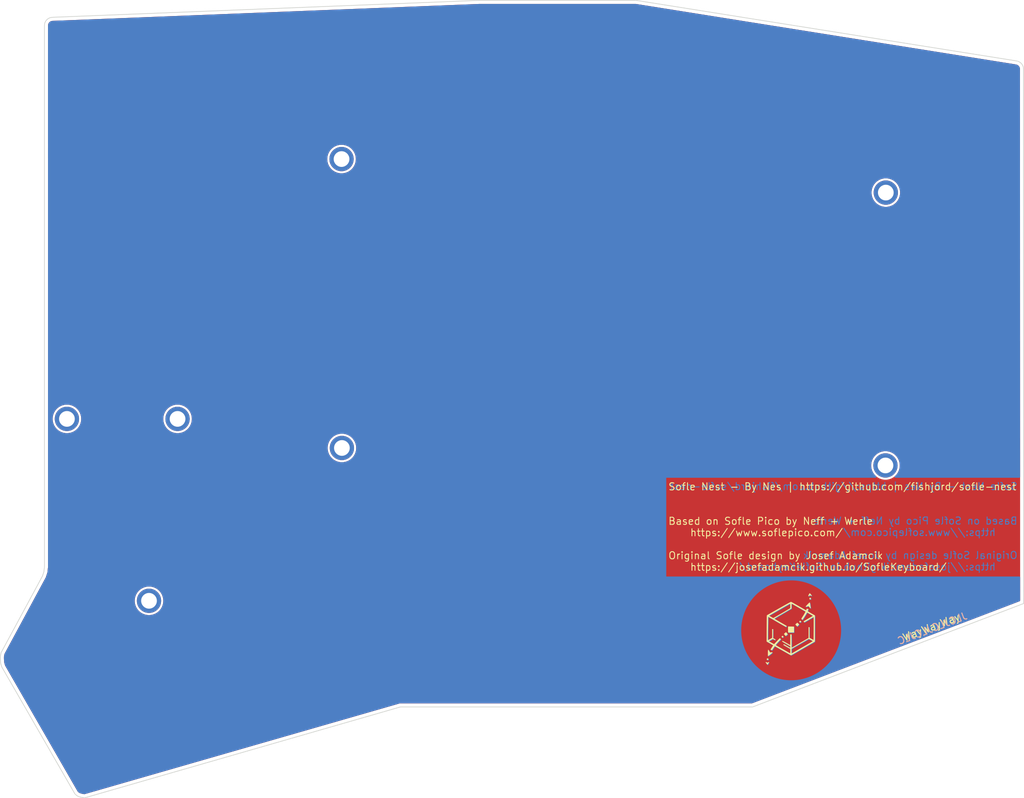
<source format=kicad_pcb>
(kicad_pcb (version 20241229) (generator "pcbnew") (generator_version "9.0")
  (layers (0 "F.Cu" signal) (2 "B.Cu" signal) (13 "F.Paste" user) (15 "B.Paste" user) (5 "F.SilkS" user "F.Silkscreen") (7 "B.SilkS" user "B.Silkscreen") (1 "F.Mask" user) (3 "B.Mask" user) (25 "Edge.Cuts" user))
  (net 0 "")
  (footprint "Sofle_Nest:backplate_hole_M2_terminate" (layer "F.Cu") (at 129.974999 57.274994)
    (property "Reference" "TH3" (hide yes))
    (property "Value" "HOLE" (hide yes))
    (pad "" thru_hole circle (at -0.025 -0.075 90) (size 3.4 3.4) (drill 2.2) (layers "*.Cu" "*.Mask" "Dwgs.User") (clearance 0.3))
  )
  (footprint "Sofle_Nest:backplate_hole_M2_terminate" (layer "F.Cu") (at 102.999999 119.199994)
    (property "Reference" "TH7" (hide yes))
    (property "Value" "HOLE" (hide yes))
    (pad "" thru_hole circle (at -0.025 -0.075 90) (size 3.4 3.4) (drill 2.2) (layers "*.Cu" "*.Mask" "Dwgs.User") (clearance 0.3))
  )
  (footprint "Sofle_Nest:backplate_hole_M2_terminate" (layer "F.Cu") (at 206.224999 61.974994)
    (property "Reference" "TH4" (hide yes))
    (property "Value" "HOLE" (hide yes))
    (pad "" thru_hole circle (at -0.025 -0.075 90) (size 3.4 3.4) (drill 2.2) (layers "*.Cu" "*.Mask" "Dwgs.User") (clearance 0.3))
  )
  (footprint "Sofle_Nest:backplate_hole_M2_terminate" (layer "F.Cu") (at 206.174999 100.224994)
    (property "Reference" "TH5" (hide yes))
    (property "Value" "HOLE" (hide yes))
    (pad "" thru_hole circle (at -0.025 -0.075 90) (size 3.4 3.4) (drill 2.2) (layers "*.Cu" "*.Mask" "Dwgs.User") (clearance 0.3))
  )
  (footprint "Sofle_Nest:backplate_hole_M2_terminate" (layer "F.Cu") (at 106.999999 93.699994)
    (property "Reference" "TH2" (hide yes))
    (property "Value" "HOLE" (hide yes))
    (pad "" thru_hole circle (at -0.025 -0.075 90) (size 3.4 3.4) (drill 2.2) (layers "*.Cu" "*.Mask" "Dwgs.User") (clearance 0.3))
  )
  (footprint "Sofle_Nest:nest_logo_b.cu" (layer "F.Cu") (at 192.939512 123.26356)
    (property "Reference" "Ref**" (hide yes))
    (property "Value" "Val**" (hide yes))
    (fp_poly (pts (xy 2.836333 -4.292972) (xy 2.624667 -4.292972) (xy 2.624667 -4.483472) (xy 2.836333 -4.483472) (xy 2.836333 -4.292972)) (stroke (width 0.01)) (fill yes) (layer "B.Cu"))
    (fp_poly (pts (xy -3.196801 4.010869) (xy -3.153741 4.033014) (xy -3.135352 4.078158) (xy -3.132667 4.123246) (xy -3.132667 4.216028) (xy -3.2385 4.216028) (xy -3.302356 4.213608) (xy -3.33417 4.203813) (xy -3.344084 4.182841) (xy -3.344333 4.17634) (xy -3.336186 4.086402) (xy -3.313027 4.027679) (xy -3.27678 4.004793) (xy -3.272896 4.00465) (xy -3.196801 4.010869)) (stroke (width 0.01)) (fill yes) (layer "B.Cu"))
    (fp_poly (pts (xy -1.076612 0.889193) (xy -1.039229 0.934957) (xy -1.017903 0.968671) (xy -1.016 0.975349) (xy -1.031393 0.998434) (xy -1.069965 1.034284) (xy -1.087199 1.047976) (xy -1.158398 1.102282) (xy -1.214199 1.044038) (xy -1.257424 0.988213) (xy -1.263067 0.942681) (xy -1.230403 0.896914) (xy -1.202441 0.872984) (xy -1.137223 0.821357) (xy -1.076612 0.889193)) (stroke (width 0.01)) (fill yes) (layer "B.Cu"))
    (fp_poly (pts (xy 1.352034 -1.273195) (xy 1.393448 -1.238067) (xy 1.405978 -1.225481) (xy 1.46521 -1.163656) (xy 1.407426 -1.087898) (xy 1.37133 -1.042504) (xy 1.346977 -1.015454) (xy 1.342307 -1.012139) (xy 1.323546 -1.02481) (xy 1.284308 -1.056949) (xy 1.260651 -1.077394) (xy 1.18633 -1.14265) (xy 1.24404 -1.214977) (xy 1.284125 -1.259271) (xy 1.316435 -1.284824) (xy 1.324248 -1.287305) (xy 1.352034 -1.273195)) (stroke (width 0.01)) (fill yes) (layer "B.Cu"))
    (fp_poly (pts (xy 1.185375 -0.746374) (xy 1.052493 -0.614673) (xy 0.992122 -0.555956) (xy 0.943469 -0.510722) (xy 0.913947 -0.485772) (xy 0.908934 -0.482972) (xy 0.890181 -0.496981) (xy 0.849553 -0.534286) (xy 0.79466 -0.587808) (xy 0.774287 -0.608251) (xy 0.713754 -0.674181) (xy 0.674332 -0.727083) (xy 0.661022 -0.760088) (xy 0.661626 -0.763001) (xy 0.682279 -0.790267) (xy 0.726675 -0.835676) (xy 0.785994 -0.890322) (xy 0.798499 -0.901252) (xy 0.924063 -1.01003) (xy 1.185375 -0.746374)) (stroke (width 0.01)) (fill yes) (layer "B.Cu"))
    (fp_poly (pts (xy -0.541019 0.462089) (xy -0.488189 0.5276) (xy -0.447638 0.580666) (xy -0.425585 0.61303) (xy -0.423333 0.618416) (xy -0.438881 0.636876) (xy -0.479056 0.672476) (xy -0.534158 0.717582) (xy -0.594488 0.764561) (xy -0.650345 0.80578) (xy -0.692028 0.833606) (xy -0.705539 0.840485) (xy -0.729538 0.829052) (xy -0.770039 0.791068) (xy -0.818847 0.734364) (xy -0.8255 0.725864) (xy -0.872306 0.660584) (xy -0.906295 0.604028) (xy -0.920653 0.567641) (xy -0.92075 0.565845) (xy -0.905081 0.535853) (xy -0.863557 0.489648) (xy -0.804407 0.436127) (xy -0.789727 0.424158) (xy -0.658704 0.319414) (xy -0.541019 0.462089)) (stroke (width 0.01)) (fill yes) (layer "B.Cu"))
    (fp_poly (pts (xy -3.054492 4.515757) (xy -3.03677 4.540049) (xy -3.047516 4.572277) (xy -3.054924 4.58414) (xy -3.080504 4.624192) (xy -3.120018 4.686862) (xy -3.165058 4.758811) (xy -3.166466 4.761069) (xy -3.207923 4.825084) (xy -3.241275 4.87206) (xy -3.26009 4.893015) (xy -3.261192 4.893361) (xy -3.277909 4.877258) (xy -3.313047 4.8339) (xy -3.360753 4.770714) (xy -3.394729 4.723925) (xy -3.445011 4.649956) (xy -3.482328 4.58777) (xy -3.501914 4.545749) (xy -3.50302 4.533425) (xy -3.471547 4.513838) (xy -3.418656 4.52571) (xy -3.344582 4.567625) (xy -3.261072 4.62289) (xy -3.172088 4.55745) (xy -3.114015 4.519096) (xy -3.076883 4.507189) (xy -3.054492 4.515757)) (stroke (width 0.01)) (fill yes) (layer "B.Cu"))
    (fp_poly (pts (xy 2.700165 -5.104062) (xy 2.753976 -5.055389) (xy 2.824511 -4.971224) (xy 2.837086 -4.955339) (xy 2.895379 -4.880582) (xy 2.930169 -4.832076) (xy 2.944498 -4.803095) (xy 2.941413 -4.786914) (xy 2.923957 -4.77681) (xy 2.918803 -4.774851) (xy 2.874197 -4.770898) (xy 2.819012 -4.793588) (xy 2.791066 -4.810985) (xy 2.738573 -4.843162) (xy 2.699993 -4.862228) (xy 2.691133 -4.864472) (xy 2.667723 -4.849041) (xy 2.631332 -4.810206) (xy 2.615518 -4.790389) (xy 2.568433 -4.737429) (xy 2.529304 -4.718705) (xy 2.487922 -4.730215) (xy 2.477593 -4.736349) (xy 2.465692 -4.751486) (xy 2.466726 -4.779437) (xy 2.482663 -4.827632) (xy 2.515467 -4.903497) (xy 2.53051 -4.93626) (xy 2.57825 -5.033342) (xy 2.618384 -5.093417) (xy 2.656995 -5.116864) (xy 2.700165 -5.104062)) (stroke (width 0.01)) (fill yes) (layer "B.Cu"))
    (fp_poly (pts (xy -0.014337 -0.47959) (xy 0.084667 -0.478419) (xy 0.455083 -0.472389) (xy 0.460845 -0.061179) (xy 0.462283 0.089671) (xy 0.461647 0.202774) (xy 0.458714 0.282675) (xy 0.453258 0.333922) (xy 0.445055 0.36106) (xy 0.439678 0.367122) (xy 0.41121 0.372191) (xy 0.348865 0.376311) (xy 0.261094 0.379442) (xy 0.156344 0.381543) (xy 0.043062 0.382576) (xy -0.070301 0.382501) (xy -0.175299 0.381278) (xy -0.263484 0.378869) (xy -0.326406 0.375232) (xy -0.354542 0.370843) (xy -0.364296 0.355668) (xy -0.371549 0.316334) (xy -0.37656 0.248695) (xy -0.37959 0.148607) (xy -0.3809 0.011925) (xy -0.381 -0.050416) (xy -0.380878 -0.191686) (xy -0.380084 -0.296331) (xy -0.377973 -0.370061) (xy -0.373902 -0.418584) (xy -0.367227 -0.447611) (xy -0.357304 -0.462849) (xy -0.34349 -0.470008) (xy -0.333375 -0.472724) (xy -0.297144 -0.476235) (xy -0.226573 -0.478623) (xy -0.129644 -0.479777) (xy -0.014337 -0.47959)) (stroke (width 0.01)) (fill yes) (layer "B.Cu"))
    (fp_poly (pts (xy -3.113935 2.816076) (xy -3.087075 2.846718) (xy -3.051495 2.902939) (xy -3.002647 2.990231) (xy -2.988479 3.016351) (xy -2.910417 3.160758) (xy -2.735792 3.146743) (xy -2.650223 3.140525) (xy -2.598391 3.139672) (xy -2.571888 3.145548) (xy -2.562307 3.159514) (xy -2.561167 3.175044) (xy -2.577165 3.201835) (xy -2.620724 3.248101) (xy -2.685194 3.308383) (xy -2.763922 3.377226) (xy -2.850256 3.44917) (xy -2.937545 3.51876) (xy -3.019137 3.580539) (xy -3.08838 3.629048) (xy -3.138623 3.658831) (xy -3.159125 3.665617) (xy -3.171783 3.662695) (xy -3.181193 3.650263) (xy -3.18783 3.622916) (xy -3.19217 3.575248) (xy -3.194689 3.501853) (xy -3.195862 3.397324) (xy -3.196166 3.256257) (xy -3.196167 3.244625) (xy -3.195859 3.099993) (xy -3.194625 2.992117) (xy -3.191996 2.915424) (xy -3.187506 2.864341) (xy -3.180687 2.833294) (xy -3.171072 2.816709) (xy -3.159684 2.809557) (xy -3.136622 2.80552) (xy -3.113935 2.816076)) (stroke (width 0.01)) (fill yes) (layer "B.Cu"))
    (fp_poly (pts (xy 2.677626 -3.83332) (xy 2.690514 -3.803396) (xy 2.703696 -3.749128) (xy 2.718302 -3.665393) (xy 2.735463 -3.547069) (xy 2.744752 -3.47791) (xy 2.764305 -3.328765) (xy 2.778358 -3.216382) (xy 2.787051 -3.135565) (xy 2.790522 -3.08112) (xy 2.788912 -3.047853) (xy 2.782359 -3.030568) (xy 2.771004 -3.024071) (xy 2.756958 -3.023154) (xy 2.725581 -3.041688) (xy 2.680702 -3.093832) (xy 2.628621 -3.17132) (xy 2.580203 -3.246798) (xy 2.540271 -3.293267) (xy 2.498193 -3.314099) (xy 2.443336 -3.312671) (xy 2.365065 -3.292356) (xy 2.306071 -3.273674) (xy 2.206768 -3.247473) (xy 2.137392 -3.241878) (xy 2.100723 -3.256894) (xy 2.0955 -3.273397) (xy 2.109838 -3.298144) (xy 2.148992 -3.345565) (xy 2.20717 -3.409846) (xy 2.278583 -3.485174) (xy 2.357437 -3.565734) (xy 2.437944 -3.645712) (xy 2.514311 -3.719296) (xy 2.580748 -3.780672) (xy 2.631463 -3.824025) (xy 2.660665 -3.843542) (xy 2.6639 -3.844021) (xy 2.677626 -3.83332)) (stroke (width 0.01)) (fill yes) (layer "B.Cu"))
    (fp_poly (pts (xy 0.05003 -3.930028) (xy 0.103755 -3.901052) (xy 0.186134 -3.855557) (xy 0.293141 -3.795833) (xy 0.420754 -3.724167) (xy 0.564948 -3.642849) (xy 0.7217 -3.554168) (xy 0.886984 -3.460413) (xy 1.056776 -3.363873) (xy 1.227054 -3.266837) (xy 1.393792 -3.171595) (xy 1.552966 -3.080435) (xy 1.700553 -2.995646) (xy 1.832528 -2.919517) (xy 1.944867 -2.854338) (xy 2.033546 -2.802398) (xy 2.09454 -2.765985) (xy 2.110313 -2.756262) (xy 2.136476 -2.742699) (xy 2.15516 -2.746964) (xy 2.173065 -2.776022) (xy 2.196889 -2.836837) (xy 2.202455 -2.852057) (xy 2.248034 -2.97706) (xy 2.356975 -2.944929) (xy 2.419201 -2.925663) (xy 2.462327 -2.910596) (xy 2.474047 -2.905075) (xy 2.471233 -2.882985) (xy 2.456043 -2.832488) (xy 2.431766 -2.764508) (xy 2.431713 -2.76437) (xy 2.406124 -2.694757) (xy 2.387965 -2.641199) (xy 2.38125 -2.615712) (xy 2.398868 -2.601486) (xy 2.448598 -2.569176) (xy 2.525751 -2.521626) (xy 2.625639 -2.461678) (xy 2.743574 -2.392175) (xy 2.874867 -2.31596) (xy 2.88925 -2.307676) (xy 3.39725 -2.015317) (xy 3.389693 -0.196103) (xy 3.388085 0.150252) (xy 3.386293 0.455919) (xy 3.384287 0.722539) (xy 3.382041 0.951758) (xy 3.379526 1.145217) (xy 3.376713 1.304562) (xy 3.373573 1.431436) (xy 3.37008 1.527482) (xy 3.366204 1.594344) (xy 3.361917 1.633666) (xy 3.357943 1.646649) (xy 3.334739 1.662101) (xy 3.278282 1.696498) (xy 3.191747 1.748014) (xy 3.07831 1.81482) (xy 2.941149 1.895089) (xy 2.783438 1.986992) (xy 2.608355 2.088703) (xy 2.419074 2.198393) (xy 2.218773 2.314234) (xy 2.010626 2.434399) (xy 1.797811 2.55706) (xy 1.583504 2.68039) (xy 1.37088 2.80256) (xy 1.163115 2.921742) (xy 0.963386 3.03611) (xy 0.774869 3.143834) (xy 0.600739 3.243088) (xy 0.444174 3.332043) (xy 0.308348 3.408872) (xy 0.196439 3.471748) (xy 0.111622 3.518841) (xy 0.057072 3.548325) (xy 0.03598 3.558373) (xy 0.013506 3.547886) (xy -0.042446 3.518183) (xy -0.128618 3.471085) (xy -0.24175 3.408412) (xy -0.378584 3.331984) (xy -0.421396 3.307931) (xy 0.125914 3.307931) (xy 0.174082 3.282626) (xy 0.1997 3.268228) (xy 0.259066 3.23432) (xy 0.349273 3.182575) (xy 0.467418 3.114665) (xy 0.610596 3.032264) (xy 0.7759 2.937043) (xy 0.960427 2.830677) (xy 1.161271 2.714838) (xy 1.375528 2.591198) (xy 1.600292 2.461431) (xy 1.651 2.432146) (xy 1.876777 2.301749) (xy 2.092 2.177449) (xy 2.293845 2.060878) (xy 2.479488 1.953665) (xy 2.646106 1.857441) (xy 2.790875 1.773838) (xy 2.910971 1.704485) (xy 3.003571 1.651013) (xy 3.06585 1.615054) (xy 3.094986 1.598238) (xy 3.096746 1.597224) (xy 3.087519 1.583589) (xy 3.047799 1.555125) (xy 2.984977 1.515903) (xy 2.90644 1.469992) (xy 2.819578 1.421462) (xy 2.731779 1.374383) (xy 2.650432 1.332825) (xy 2.582926 1.300858) (xy 2.536649 1.282552) (xy 2.520893 1.280032) (xy 2.497091 1.292012) (xy 2.439835 1.323396) (xy 2.352306 1.372375) (xy 2.237684 1.43714) (xy 2.099151 1.515881) (xy 1.939888 1.606789) (xy 1.763075 1.708055) (xy 1.571893 1.817871) (xy 1.369523 1.934426) (xy 1.312333 1.967419) (xy 0.137583 2.645389) (xy 0.131749 2.97666) (xy 0.125914 3.307931) (xy -0.421396 3.307931) (xy -0.535862 3.243622) (xy -0.710324 3.145145) (xy -0.898711 3.038374) (xy -1.097765 2.925129) (xy -1.100667 2.923475) (xy -1.299487 2.810275) (xy -1.487365 2.703551) (xy -1.661083 2.605115) (xy -1.817424 2.516778) (xy -1.95317 2.440351) (xy -2.065105 2.377645) (xy -2.150011 2.330472) (xy -2.20467 2.300643) (xy -2.225867 2.289969) (xy -2.225934 2.289963) (xy -2.24563 2.306736) (xy -2.282646 2.352513) (xy -2.332059 2.420277) (xy -2.38895 2.503013) (xy -2.448398 2.593702) (xy -2.505483 2.685329) (xy -2.519011 2.707903) (xy -2.560905 2.777598) (xy -2.593811 2.830755) (xy -2.612476 2.858945) (xy -2.614717 2.861361) (xy -2.635381 2.853616) (xy -2.680659 2.834461) (xy -2.736633 2.810014) (xy -2.789382 2.786393) (xy -2.824989 2.769717) (xy -2.832147 2.765789) (xy -2.824187 2.746827) (xy -2.797058 2.700243) (xy -2.75549 2.633355) (xy -2.704213 2.553484) (xy -2.647959 2.467947) (xy -2.591457 2.384063) (xy -2.539439 2.309152) (xy -2.515184 2.275423) (xy -2.434955 2.165736) (xy -2.894936 1.902504) (xy -3.354917 1.639273) (xy -3.360334 0.902145) (xy -3.191482 0.902145) (xy -3.191234 1.020823) (xy -3.190678 1.084712) (xy -3.185583 1.45648) (xy -2.894542 1.286712) (xy -2.6035 1.116943) (xy -2.6035 -0.123139) (xy -2.4765 -0.123139) (xy -2.4765 1.143156) (xy -2.307167 1.240827) (xy -2.233147 1.285197) (xy -2.175544 1.322916) (xy -2.142548 1.348457) (xy -2.137833 1.355051) (xy -2.149107 1.383586) (xy -2.166603 1.410947) (xy -2.182788 1.428863) (xy -2.202681 1.433967) (xy -2.234929 1.423916) (xy -2.288177 1.396368) (xy -2.349636 1.361351) (xy -2.421509 1.321439) (xy -2.479024 1.292346) (xy -2.512829 1.278695) (xy -2.517342 1.278428) (xy -2.539537 1.290602) (xy -2.591566 1.320054) (xy -2.666604 1.362893) (xy -2.757823 1.41523) (xy -2.800728 1.439919) (xy -3.070671 1.595395) (xy -2.698406 1.806779) (xy -2.32614 2.018163) (xy -2.237361 1.915887) (xy -2.189522 1.862047) (xy -2.123691 1.789726) (xy -2.044843 1.704213) (xy -1.957954 1.610792) (xy -1.867997 1.514752) (xy -1.779947 1.421379) (xy -1.69878 1.335959) (xy -1.62947 1.26378) (xy -1.576992 1.210127) (xy -1.54632 1.180289) (xy -1.54139 1.176277) (xy -1.515307 1.182212) (xy -1.472456 1.212193) (xy -1.44271 1.23944) (xy -1.365981 1.316169) (xy -1.57954 1.53314) (xy -1.677209 1.634109) (xy -1.774063 1.737365) (xy -1.86595 1.838145) (xy -1.948719 1.931687) (xy -2.01822 2.013228) (xy -2.070301 2.078006) (xy -2.100811 2.121258) (xy -2.106517 2.137733) (xy -2.086543 2.149972) (xy -2.033117 2.181153) (xy -1.949616 2.229343) (xy -1.839415 2.29261) (xy -1.705892 2.369019) (xy -1.552423 2.456638) (xy -1.382383 2.553534) (xy -1.19915 2.657773) (xy -1.08477 2.72276) (xy -0.074083 3.296727) (xy -0.068203 2.99043) (xy -0.06679 2.859169) (xy -0.068584 2.765121) (xy -0.073905 2.703266) (xy -0.083076 2.668582) (xy -0.08937 2.659709) (xy -0.114663 2.642768) (xy -0.171416 2.608096) (xy -0.254273 2.558858) (xy -0.357876 2.498217) (xy -0.476867 2.429336) (xy -0.5715 2.375021) (xy -0.696931 2.303218) (xy -0.809669 2.23855) (xy -0.904671 2.18392) (xy -0.976892 2.142233) (xy -1.021288 2.116393) (xy -1.033342 2.10912) (xy -1.030423 2.088616) (xy -1.009202 2.055293) (xy -0.981974 2.02559) (xy -0.963284 2.015465) (xy -0.939641 2.025879) (xy -0.884807 2.054694) (xy -0.804136 2.098949) (xy -0.702984 2.15568) (xy -0.586706 2.221927) (xy -0.508 2.267271) (xy -0.074083 2.518305) (xy -0.06759 2.399192) (xy -0.066824 2.333404) (xy -0.071617 2.287638) (xy -0.078173 2.274099) (xy -0.108672 2.25936) (xy -0.168548 2.227062) (xy -0.252319 2.180387) (xy -0.354505 2.12252) (xy -0.469625 2.056645) (xy -0.592199 1.985947) (xy -0.716746 1.913608) (xy -0.837785 1.842814) (xy -0.949835 1.776749) (xy -1.047415 1.718596) (xy -1.125046 1.67154) (xy -1.177246 1.638765) (xy -1.198534 1.623455) (xy -1.198735 1.62309) (xy -1.192297 1.591098) (xy -1.176111 1.563698) (xy -1.165684 1.553836) (xy -1.150289 1.550154) (xy -1.12581 1.554595) (xy -1.088129 1.569099) (xy -1.03313 1.595608) (xy -0.956694 1.636064) (xy -0.854704 1.69241) (xy -0.723044 1.766585) (xy -0.610619 1.830387) (xy -0.074083 2.135323) (xy -0.062963 0.636453) (xy 0.026727 0.642949) (xy 0.116417 0.649444) (xy 0.127 1.5748) (xy 0.137583 2.500155) (xy 1.317625 1.820238) (xy 2.497667 1.140322) (xy 2.497667 -0.377139) (xy 2.624667 -0.377139) (xy 2.624667 1.101167) (xy 2.921 1.270902) (xy 3.217333 1.440636) (xy 3.217333 -1.815045) (xy 2.989792 -1.682074) (xy 2.756526 -1.545817) (xy 2.557429 -1.429655) (xy 2.390168 -1.332241) (xy 2.252408 -1.252228) (xy 2.141817 -1.188268) (xy 2.056062 -1.139014) (xy 1.99281 -1.10312) (xy 1.949728 -1.079237) (xy 1.924483 -1.066019) (xy 1.917393 -1.062822) (xy 1.886703 -1.069433) (xy 1.854554 -1.114868) (xy 1.848913 -1.126265) (xy 1.828165 -1.175679) (xy 1.820727 -1.206002) (xy 1.821831 -1.209295) (xy 1.841664 -1.221243) (xy 1.893817 -1.251876) (xy 1.973968 -1.298677) (xy 2.077796 -1.359129) (xy 2.20098 -1.430716) (xy 2.339197 -1.51092) (xy 2.44475 -1.5721) (xy 2.592018 -1.657686) (xy 2.728094 -1.737278) (xy 2.848498 -1.808218) (xy 2.948751 -1.867845) (xy 3.024374 -1.913501) (xy 3.070887 -1.942525) (xy 3.083673 -1.95147) (xy 3.082952 -1.965133) (xy 3.059107 -1.988852) (xy 3.009126 -2.024661) (xy 2.929997 -2.07459) (xy 2.818706 -2.140672) (xy 2.711081 -2.202764) (xy 2.593897 -2.269528) (xy 2.489342 -2.32855) (xy 2.402894 -2.376785) (xy 2.340028 -2.411186) (xy 2.306221 -2.428706) (xy 2.302084 -2.430306) (xy 2.287671 -2.413065) (xy 2.257491 -2.366424) (xy 2.216307 -2.298001) (xy 2.179667 -2.234514) (xy 2.122908 -2.136913) (xy 2.057184 -2.027825) (xy 1.986157 -1.912907) (xy 1.913489 -1.797813) (xy 1.842841 -1.688199) (xy 1.777876 -1.58972) (xy 1.722257 -1.508032) (xy 1.679644 -1.44879) (xy 1.653701 -1.417649) (xy 1.648549 -1.414306) (xy 1.622919 -1.427549) (xy 1.579099 -1.461308) (xy 1.551208 -1.485791) (xy 1.473205 -1.557275) (xy 1.655001 -1.829749) (xy 1.7223 -1.932997) (xy 1.792693 -2.045105) (xy 1.862506 -2.159756) (xy 1.928066 -2.270634) (xy 1.9857 -2.371421) (xy 2.031734 -2.455801) (xy 2.062493 -2.517456) (xy 2.074306 -2.55007) (xy 2.074333 -2.550812) (xy 2.056521 -2.564522) (xy 2.005383 -2.597155) (xy 1.924369 -2.646663) (xy 1.816928 -2.710998) (xy 1.686509 -2.788114) (xy 1.536561 -2.875962) (xy 1.370533 -2.972496) (xy 1.191875 -3.075667) (xy 1.137708 -3.106815) (xy 0.954186 -3.2123) (xy 0.780676 -3.312137) (xy 0.620861 -3.404198) (xy 0.478425 -3.486356) (xy 0.35705 -3.556485) (xy 0.26042 -3.612458) (xy 0.192217 -3.65215) (xy 0.156125 -3.673433) (xy 0.15254 -3.675635) (xy 0.103998 -3.706377) (xy 0.107105 -3.3488) (xy 0.110213 -2.991222) (xy -1.09914 -2.28234) (xy -1.340736 -2.140591) (xy -1.548129 -2.018558) (xy -1.72374 -1.91472) (xy -1.869989 -1.827556) (xy -1.989295 -1.755548) (xy -2.084079 -1.697174) (xy -2.156759 -1.650914) (xy -2.209757 -1.615249) (xy -2.245491 -1.588658) (xy -2.266382 -1.569621) (xy -2.27485 -1.556619) (xy -2.273315 -1.548131) (xy -2.271123 -1.546132) (xy -2.245507 -1.530099) (xy -2.187128 -1.495132) (xy -2.099865 -1.443508) (xy -1.987593 -1.377502) (xy -1.854189 -1.299387) (xy -1.703529 -1.211441) (xy -1.539489 -1.115937) (xy -1.407919 -1.039504) (xy -1.237589 -0.940611) (xy -1.078732 -0.848308) (xy -0.935048 -0.764752) (xy -0.81024 -0.692098) (xy -0.708009 -0.632502) (xy -0.632056 -0.58812) (xy -0.586084 -0.561109) (xy -0.573391 -0.553463) (xy -0.576705 -0.532931) (xy -0.594863 -0.492012) (xy -0.61977 -0.445902) (xy -0.643331 -0.409794) (xy -0.656041 -0.398306) (xy -0.675789 -0.408681) (xy -0.729107 -0.438653) (xy -0.812997 -0.486494) (xy -0.92446 -0.550473) (xy -1.060497 -0.62886) (xy -1.218109 -0.719928) (xy -1.394299 -0.821945) (xy -1.586067 -0.933184) (xy -1.790414 -1.051913) (xy -1.915936 -1.124934) (xy -3.164417 -1.851563) (xy -3.180095 -0.569309) (xy -3.182896 -0.326779) (xy -3.18536 -0.086374) (xy -3.187455 0.146716) (xy -3.189149 0.367302) (xy -3.190406 0.570195) (xy -3.191195 0.750206) (xy -3.191482 0.902145) (xy -3.360334 0.902145) (xy -3.361588 0.731608) (xy -3.362748 0.492958) (xy -3.363035 0.224145) (xy -3.362501 -0.062668) (xy -3.361197 -0.355323) (xy -3.359175 -0.641656) (xy -3.356485 -0.909508) (xy -3.35381 -1.107389) (xy -3.339998 -1.997626) (xy -3.042943 -1.997626) (xy -3.028029 -1.98574) (xy -2.983648 -1.957245) (xy -2.917136 -1.916453) (xy -2.835829 -1.867676) (xy -2.747062 -1.815226) (xy -2.658171 -1.763414) (xy -2.576493 -1.716552) (xy -2.509363 -1.678952) (xy -2.464118 -1.654924) (xy -2.448719 -1.648377) (xy -2.427949 -1.658585) (xy -2.373772 -1.68846) (xy -2.289282 -1.736219) (xy -2.177571 -1.800082) (xy -2.041731 -1.878266) (xy -1.884855 -1.96899) (xy -1.710034 -2.070474) (xy -1.520362 -2.180935) (xy -1.31893 -2.298592) (xy -1.247579 -2.340347) (xy -0.063637 -3.033556) (xy -0.063569 -3.358612) (xy -0.064305 -3.487381) (xy -0.066842 -3.578561) (xy -0.071577 -3.63687) (xy -0.078906 -3.667028) (xy -0.089226 -3.673757) (xy -0.090046 -3.673482) (xy -0.111246 -3.66205) (xy -0.165746 -3.631663) (xy -0.250164 -3.584238) (xy -0.361119 -3.521694) (xy -0.495232 -3.44595) (xy -0.64912 -3.358925) (xy -0.819403 -3.262538) (xy -1.002701 -3.158706) (xy -1.195632 -3.049349) (xy -1.394817 -2.936386) (xy -1.596874 -2.821734) (xy -1.798422 -2.707313) (xy -1.996081 -2.595042) (xy -2.186471 -2.486838) (xy -2.366209 -2.384621) (xy -2.531916 -2.29031) (xy -2.680211 -2.205823) (xy -2.807713 -2.133078) (xy -2.911041 -2.073995) (xy -2.986815 -2.030492) (xy -3.031653 -2.004488) (xy -3.042943 -1.997626) (xy -3.339998 -1.997626) (xy -3.33936 -2.038722) (xy -1.667578 -2.989459) (xy -1.422469 -3.128699) (xy -1.187643 -3.261803) (xy -0.965733 -3.387294) (xy -0.759372 -3.503697) (xy -0.571191 -3.609538) (xy -0.403824 -3.703341) (xy -0.259901 -3.78363) (xy -0.142057 -3.848932) (xy -0.052923 -3.89777) (xy 0.004869 -3.928669) (xy 0.028686 -3.940155) (xy 0.028983 -3.940195) (xy 0.05003 -3.930028)) (stroke (width 0.01)) (fill yes) (layer "B.Cu"))
    (zone (net 0) (net_name "") (layer "B.Cu") (connect_pads (clearance 0)) (min_thickness 0.25)
      (keepout (tracks allowed) (vias allowed) (pads allowed) (copperpour not_allowed) (footprints allowed))
      (fill (thermal_gap 0.5) (thermal_bridge_width 0.5))
      (polygon (pts (arc (start 185.939512 123.26356) (mid 199.939512 123.26356) (end 185.939512 123.26356))))
    )
  )
  (footprint "Sofle_Nest:nest_logo" (layer "F.Cu") (at 192.939512 123.26356)
    (property "Reference" "Ref**" (hide yes))
    (property "Value" "Val**" (hide yes))
    (fp_poly (pts (xy 2.757637 -4.341284) (xy 2.567137 -4.341284) (xy 2.567137 -4.55295) (xy 2.757637 -4.55295) (xy 2.757637 -4.341284)) (stroke (width 0.01)) (fill yes) (layer "F.SilkS"))
    (fp_poly (pts (xy -3.300766 3.947154) (xy -3.279202 3.949685) (xy -3.22284 3.960208) (xy -3.197092 3.977699) (xy -3.190305 4.011446) (xy -3.190197 4.020605) (xy -3.196022 4.091393) (xy -3.219177 4.129815) (xy -3.268182 4.144912) (xy -3.308878 4.14655) (xy -3.401863 4.14655) (xy -3.401863 4.052549) (xy -3.398398 3.993437) (xy -3.389665 3.954649) (xy -3.385035 3.948148) (xy -3.355194 3.944287) (xy -3.300766 3.947154)) (stroke (width 0.01)) (fill yes) (layer "F.SilkS"))
    (fp_poly (pts (xy -1.17812 0.775552) (xy -1.143746 0.814035) (xy -1.125161 0.837533) (xy -1.065934 0.915184) (xy -1.137724 0.975117) (xy -1.184296 1.011545) (xy -1.217153 1.032804) (xy -1.223677 1.03505) (xy -1.243897 1.019705) (xy -1.278497 0.980961) (xy -1.295674 0.959224) (xy -1.353508 0.883399) (xy -1.282311 0.822501) (xy -1.236311 0.785342) (xy -1.204082 0.763283) (xy -1.197751 0.760743) (xy -1.17812 0.775552)) (stroke (width 0.01)) (fill yes) (layer "F.SilkS"))
    (fp_poly (pts (xy 1.276059 -1.343558) (xy 1.317236 -1.312326) (xy 1.337586 -1.29577) (xy 1.409785 -1.235895) (xy 1.350949 -1.158756) (xy 1.313212 -1.11293) (xy 1.285449 -1.085765) (xy 1.278749 -1.082477) (xy 1.255903 -1.095598) (xy 1.214071 -1.127629) (xy 1.194257 -1.144179) (xy 1.123128 -1.20502) (xy 1.183674 -1.280901) (xy 1.221819 -1.325971) (xy 1.248794 -1.352848) (xy 1.254803 -1.356214) (xy 1.276059 -1.343558)) (stroke (width 0.01)) (fill yes) (layer "F.SilkS"))
    (fp_poly (pts (xy -0.020488 -0.52644) (xy 0.397553 -0.5207) (xy 0.397553 0.3048) (xy -0.005934 0.310534) (xy -0.132579 0.311594) (xy -0.244479 0.311123) (xy -0.334829 0.309266) (xy -0.396825 0.306166) (xy -0.423664 0.301966) (xy -0.423976 0.301715) (xy -0.428486 0.276957) (xy -0.432427 0.216617) (xy -0.435568 0.127445) (xy -0.437677 0.016189) (xy -0.438524 -0.110399) (xy -0.43853 -0.122509) (xy -0.43853 -0.532179) (xy -0.020488 -0.52644)) (stroke (width 0.01)) (fill yes) (layer "F.SilkS"))
    (fp_poly (pts (xy 2.636884 -5.172494) (xy 2.689386 -5.123331) (xy 2.75809 -5.039323) (xy 2.819878 -4.959433) (xy 2.85815 -4.906378) (xy 2.875648 -4.873788) (xy 2.875111 -4.855291) (xy 2.85928 -4.844516) (xy 2.844134 -4.839281) (xy 2.790231 -4.843355) (xy 2.72319 -4.878764) (xy 2.658021 -4.91291) (xy 2.607164 -4.911148) (xy 2.56067 -4.871372) (xy 2.537896 -4.83956) (xy 2.489779 -4.795238) (xy 2.429118 -4.791277) (xy 2.405254 -4.799083) (xy 2.401149 -4.823182) (xy 2.418633 -4.882535) (xy 2.457402 -4.976164) (xy 2.46749 -4.998495) (xy 2.516251 -5.09935) (xy 2.556569 -5.161382) (xy 2.594696 -5.185471) (xy 2.636884 -5.172494)) (stroke (width 0.01)) (fill yes) (layer "F.SilkS"))
    (fp_poly (pts (xy -0.700875 0.288456) (xy -0.66192 0.32842) (xy -0.613606 0.383563) (xy -0.563903 0.444503) (xy -0.520785 0.501859) (xy -0.495887 0.539715) (xy -0.505691 0.560789) (xy -0.540466 0.599347) (xy -0.591243 0.647567) (xy -0.649056 0.697629) (xy -0.704935 0.741713) (xy -0.749913 0.771996) (xy -0.772624 0.78105) (xy -0.793279 0.765593) (xy -0.832584 0.724399) (xy -0.88331 0.665231) (xy -0.902761 0.641293) (xy -0.955275 0.576045) (xy -0.985535 0.531073) (xy -0.991751 0.496509) (xy -0.972135 0.462488) (xy -0.9249 0.419142) (xy -0.851668 0.359402) (xy -0.793562 0.314649) (xy -0.746434 0.28344) (xy -0.722499 0.27305) (xy -0.700875 0.288456)) (stroke (width 0.01)) (fill yes) (layer "F.SilkS"))
    (fp_poly (pts (xy 0.891255 -1.045984) (xy 0.934075 -1.008871) (xy 0.986035 -0.958544) (xy 1.037894 -0.904435) (xy 1.080409 -0.855975) (xy 1.104338 -0.822598) (xy 1.106637 -0.815706) (xy 1.092718 -0.79342) (xy 1.05675 -0.751144) (xy 1.007415 -0.697832) (xy 0.953395 -0.642436) (xy 0.903373 -0.593912) (xy 0.86603 -0.561212) (xy 0.85136 -0.55245) (xy 0.832586 -0.566447) (xy 0.792048 -0.603659) (xy 0.737463 -0.656919) (xy 0.719682 -0.674773) (xy 0.663321 -0.734478) (xy 0.620946 -0.784603) (xy 0.599779 -0.816433) (xy 0.598637 -0.820845) (xy 0.613719 -0.844635) (xy 0.652602 -0.885971) (xy 0.705737 -0.936325) (xy 0.763577 -0.987165) (xy 0.816573 -1.029962) (xy 0.85518 -1.056184) (xy 0.866817 -1.06045) (xy 0.891255 -1.045984)) (stroke (width 0.01)) (fill yes) (layer "F.SilkS"))
    (fp_poly (pts (xy -3.103952 4.455528) (xy -3.098253 4.471533) (xy -3.108947 4.497501) (xy -3.136629 4.547544) (xy -3.175226 4.612034) (xy -3.218666 4.681343) (xy -3.260877 4.745842) (xy -3.295787 4.795904) (xy -3.317323 4.8219) (xy -3.320278 4.823567) (xy -3.337831 4.80779) (xy -3.374395 4.764951) (xy -3.424061 4.702205) (xy -3.464072 4.649448) (xy -3.521989 4.570823) (xy -3.557087 4.519045) (xy -3.572383 4.487421) (xy -3.570893 4.469262) (xy -3.555633 4.457876) (xy -3.551329 4.455883) (xy -3.512198 4.450212) (xy -3.462281 4.469197) (xy -3.423865 4.492735) (xy -3.371407 4.525628) (xy -3.333997 4.545758) (xy -3.32494 4.548716) (xy -3.300656 4.536962) (xy -3.257011 4.507508) (xy -3.239323 4.494343) (xy -3.183622 4.461147) (xy -3.134956 4.447636) (xy -3.103952 4.455528)) (stroke (width 0.01)) (fill yes) (layer "F.SilkS"))
    (fp_poly (pts (xy -3.173901 2.745817) (xy -3.143782 2.792168) (xy -3.103305 2.859853) (xy -3.073993 2.911191) (xy -2.971381 3.094) (xy -2.795039 3.081555) (xy -2.708737 3.07622) (xy -2.656283 3.076022) (xy -2.62937 3.082229) (xy -2.619689 3.096113) (xy -2.618697 3.108496) (xy -2.635782 3.138278) (xy -2.685739 3.190304) (xy -2.766619 3.262745) (xy -2.876472 3.353769) (xy -2.899155 3.371973) (xy -3.020408 3.466809) (xy -3.113271 3.534428) (xy -3.180451 3.576335) (xy -3.224656 3.594036) (xy -3.248595 3.589035) (xy -3.254971 3.569758) (xy -3.255245 3.540984) (xy -3.255233 3.477079) (xy -3.254957 3.385241) (xy -3.254438 3.272671) (xy -3.253733 3.1522) (xy -3.252196 3.007333) (xy -3.249164 2.899466) (xy -3.243816 2.823274) (xy -3.235337 2.77343) (xy -3.222906 2.744605) (xy -3.205707 2.731475) (xy -3.188692 2.728707) (xy -3.173901 2.745817)) (stroke (width 0.01)) (fill yes) (layer "F.SilkS"))
    (fp_poly (pts (xy 2.612589 -3.902132) (xy 2.620887 -3.876744) (xy 2.633441 -3.817483) (xy 2.64899 -3.732446) (xy 2.666273 -3.629734) (xy 2.684031 -3.517445) (xy 2.701003 -3.403677) (xy 2.71593 -3.29653) (xy 2.727551 -3.204103) (xy 2.734607 -3.134493) (xy 2.736098 -3.108325) (xy 2.718722 -3.095287) (xy 2.695474 -3.09245) (xy 2.660572 -3.110141) (xy 2.613659 -3.164346) (xy 2.563182 -3.240436) (xy 2.517254 -3.308974) (xy 2.475695 -3.36063) (xy 2.445723 -3.386733) (xy 2.440137 -3.388285) (xy 2.405821 -3.382207) (xy 2.343332 -3.366215) (xy 2.264759 -3.343461) (xy 2.245325 -3.337491) (xy 2.161719 -3.312845) (xy 2.108818 -3.301596) (xy 2.077525 -3.302723) (xy 2.058746 -3.315202) (xy 2.057725 -3.316402) (xy 2.051209 -3.337152) (xy 2.063478 -3.368351) (xy 2.098329 -3.416349) (xy 2.159559 -3.487497) (xy 2.160977 -3.489086) (xy 2.283001 -3.622628) (xy 2.389433 -3.732789) (xy 2.478048 -3.817535) (xy 2.546621 -3.874827) (xy 2.592925 -3.902632) (xy 2.612589 -3.902132)) (stroke (width 0.01)) (fill yes) (layer "F.SilkS"))
    (fp_poly (pts (xy -0.030336 -3.99137) (xy -0.003553 -3.98092) (xy 0.056286 -3.951124) (xy 0.145648 -3.903928) (xy 0.260998 -3.841277) (xy 0.398805 -3.765118) (xy 0.555533 -3.677395) (xy 0.727651 -3.580055) (xy 0.911624 -3.475044) (xy 1.011387 -3.417716) (xy 1.200297 -3.308951) (xy 1.379114 -3.206076) (xy 1.544299 -3.111122) (xy 1.692316 -3.026118) (xy 1.819627 -2.953094) (xy 1.922694 -2.894079) (xy 1.997982 -2.851103) (xy 2.041952 -2.826195) (xy 2.051221 -2.821081) (xy 2.079193 -2.8107) (xy 2.099059 -2.821149) (xy 2.119015 -2.860031) (xy 2.133379 -2.897318) (xy 2.158213 -2.958942) (xy 2.179841 -3.004016) (xy 2.187762 -3.016151) (xy 2.213712 -3.019837) (xy 2.264895 -3.014789) (xy 2.325811 -3.003794) (xy 2.380959 -2.98964) (xy 2.414511 -2.975361) (xy 2.410642 -2.954943) (xy 2.394748 -2.905316) (xy 2.370142 -2.836728) (xy 2.367002 -2.828352) (xy 2.341929 -2.756458) (xy 2.326055 -2.700377) (xy 2.322514 -2.671336) (xy 2.322913 -2.670423) (xy 2.343135 -2.656247) (xy 2.395331 -2.624091) (xy 2.474636 -2.576825) (xy 2.576182 -2.517322) (xy 2.695104 -2.448454) (xy 2.826536 -2.373094) (xy 2.830193 -2.371008) (xy 3.327929 -2.087034) (xy 3.327665 -0.256117) (xy 3.3274 1.5748) (xy 1.768933 2.474383) (xy 1.530091 2.612222) (xy 1.299645 2.745164) (xy 1.080532 2.871518) (xy 0.87569 2.989591) (xy 0.688054 3.097695) (xy 0.520563 3.194136) (xy 0.376153 3.277223) (xy 0.257761 3.345266) (xy 0.168323 3.396573) (xy 0.110777 3.429454) (xy 0.092344 3.439876) (xy -0.02578 3.505786) (xy -0.460624 3.258406) (xy 0.048303 3.258406) (xy 0.150339 3.199769) (xy 0.184916 3.179831) (xy 0.253039 3.140486) (xy 0.35161 3.083526) (xy 0.47753 3.010742) (xy 0.627702 2.923926) (xy 0.799026 2.824868) (xy 0.988405 2.71536) (xy 1.19274 2.597193) (xy 1.408934 2.472158) (xy 1.633888 2.342047) (xy 1.642589 2.337015) (xy 1.864771 2.208361) (xy 2.075981 2.085789) (xy 2.2734 1.970951) (xy 2.454208 1.8655) (xy 2.615588 1.771087) (xy 2.754719 1.689366) (xy 2.868784 1.621989) (xy 2.954963 1.570609) (xy 3.010437 1.536878) (xy 3.032388 1.522449) (xy 3.032635 1.522098) (xy 3.015066 1.50731) (xy 2.967793 1.477386) (xy 2.898699 1.436668) (xy 2.815667 1.389497) (xy 2.726581 1.340214) (xy 2.639324 1.29316) (xy 2.561779 1.252675) (xy 2.50183 1.223102) (xy 2.467358 1.20878) (xy 2.462634 1.208218) (xy 2.441635 1.219665) (xy 2.387043 1.250448) (xy 2.301961 1.298794) (xy 2.189489 1.362928) (xy 2.052731 1.441079) (xy 1.894788 1.531472) (xy 1.718763 1.632335) (xy 1.527757 1.741894) (xy 1.324872 1.858376) (xy 1.2474 1.902883) (xy 0.050159 2.5908) (xy 0.048303 3.258406) (xy -0.460624 3.258406) (xy -1.155521 2.863084) (xy -1.35584 2.749183) (xy -1.545021 2.641728) (xy -1.719897 2.542511) (xy -1.877303 2.453323) (xy -2.014072 2.375954) (xy -2.12704 2.312196) (xy -2.213038 2.263838) (xy -2.268903 2.232672) (xy -2.291467 2.220488) (xy -2.291771 2.220383) (xy -2.307113 2.236859) (xy -2.340165 2.28112) (xy -2.385631 2.345414) (xy -2.438214 2.42199) (xy -2.492619 2.503097) (xy -2.543548 2.580984) (xy -2.585705 2.647899) (xy -2.599113 2.670175) (xy -2.637841 2.731805) (xy -2.669866 2.775586) (xy -2.687985 2.791883) (xy -2.713456 2.783276) (xy -2.761462 2.762204) (xy -2.817008 2.735789) (xy -2.8651 2.711153) (xy -2.890386 2.695745) (xy -2.881744 2.676935) (xy -2.853315 2.628859) (xy -2.808794 2.557474) (xy -2.751877 2.468734) (xy -2.705264 2.397391) (xy -2.631606 2.283793) (xy -2.580266 2.200159) (xy -2.548909 2.142036) (xy -2.535199 2.104976) (xy -2.536801 2.084528) (xy -2.539408 2.081409) (xy -2.564729 2.064574) (xy -2.621482 2.03029) (xy -2.704153 1.981776) (xy -2.807227 1.922249) (xy -2.925191 1.854927) (xy -3.001133 1.811955) (xy -3.436487 1.566399) (xy -3.435783 1.404365) (xy -3.260737 1.404365) (xy -3.209592 1.371174) (xy -3.172478 1.348374) (xy -3.107287 1.309584) (xy -3.022653 1.259898) (xy -2.92721 1.204407) (xy -2.909738 1.194305) (xy -2.66103 1.050627) (xy -2.66103 -0.17145) (xy -2.53403 -0.17145) (xy -2.53369 0.458258) (xy -2.533351 1.087966) (xy -2.364357 1.181565) (xy -2.290151 1.224043) (xy -2.232534 1.259646) (xy -2.199803 1.283119) (xy -2.195363 1.288644) (xy -2.20653 1.314467) (xy -2.224795 1.342375) (xy -2.241777 1.361831) (xy -2.261668 1.369495) (xy -2.291866 1.363131) (xy -2.339767 1.340503) (xy -2.412767 1.299373) (xy -2.46172 1.270744) (xy -2.569326 1.207546) (xy -2.848509 1.367744) (xy -2.944621 1.423455) (xy -3.025666 1.471508) (xy -3.085488 1.508164) (xy -3.117927 1.529685) (xy -3.121903 1.533686) (xy -3.097443 1.55029) (xy -3.043923 1.5824) (xy -2.968229 1.626195) (xy -2.877243 1.677852) (xy -2.777847 1.733547) (xy -2.676926 1.789458) (xy -2.581363 1.841762) (xy -2.49804 1.886636) (xy -2.433842 1.920257) (xy -2.395651 1.938802) (xy -2.388194 1.941179) (xy -2.368482 1.923483) (xy -2.327502 1.880742) (xy -2.271744 1.819872) (xy -2.223091 1.7653) (xy -2.153295 1.687732) (xy -2.063824 1.590614) (xy -1.964632 1.484634) (xy -1.865673 1.380477) (xy -1.832941 1.346437) (xy -1.592113 1.096907) (xy -1.507447 1.169769) (xy -1.42278 1.242631) (xy -1.656502 1.482799) (xy -1.792817 1.625084) (xy -1.910787 1.752699) (xy -2.008251 1.863064) (xy -2.083048 1.953598) (xy -2.133017 2.021722) (xy -2.155998 2.064856) (xy -2.155317 2.078396) (xy -2.134815 2.091251) (xy -2.08173 2.122561) (xy -2.000139 2.17) (xy -1.894115 2.231244) (xy -1.767734 2.303967) (xy -1.62507 2.385845) (xy -1.470199 2.474551) (xy -1.307195 2.567762) (xy -1.140133 2.663152) (xy -0.973089 2.758397) (xy -0.810136 2.85117) (xy -0.65535 2.939148) (xy -0.512806 3.020004) (xy -0.386579 3.091415) (xy -0.280743 3.151054) (xy -0.199374 3.196598) (xy -0.146545 3.22572) (xy -0.126333 3.236096) (xy -0.126322 3.236097) (xy -0.124474 3.216258) (xy -0.122908 3.16142) (xy -0.121746 3.078918) (xy -0.121111 2.976086) (xy -0.12103 2.921158) (xy -0.12103 2.605934) (xy -0.607863 2.326672) (xy -0.737434 2.251793) (xy -0.854025 2.183353) (xy -0.952841 2.124253) (xy -1.029086 2.077394) (xy -1.077966 2.045678) (xy -1.094697 2.032109) (xy -1.083464 2.004724) (xy -1.065383 1.976718) (xy -1.05441 1.96513) (xy -1.039206 1.960175) (xy -1.015172 1.96394) (xy -0.97771 1.978514) (xy -0.92222 2.005984) (xy -0.844105 2.048438) (xy -0.738766 2.107964) (xy -0.601604 2.18665) (xy -0.596424 2.189631) (xy -0.472517 2.260795) (xy -0.360541 2.324838) (xy -0.265801 2.378749) (xy -0.193601 2.419516) (xy -0.149245 2.444126) (xy -0.137784 2.450062) (xy -0.12861 2.435171) (xy -0.124321 2.388969) (xy -0.125202 2.337119) (xy -0.131613 2.216748) (xy -0.697822 1.896296) (xy -0.838277 1.816085) (xy -0.96604 1.741741) (xy -1.076636 1.675976) (xy -1.165591 1.621506) (xy -1.22843 1.581042) (xy -1.260681 1.557298) (xy -1.26403 1.552909) (xy -1.252233 1.518349) (xy -1.237572 1.495225) (xy -1.226772 1.486951) (xy -1.208753 1.485818) (xy -1.179493 1.493754) (xy -1.134971 1.512689) (xy -1.071167 1.544549) (xy -0.984059 1.591263) (xy -0.869626 1.654758) (xy -0.723848 1.736964) (xy -0.671363 1.766718) (xy -0.131613 2.072959) (xy -0.120495 0.569383) (xy 0.047867 0.569383) (xy 0.053377 1.507257) (xy 0.058887 2.44513) (xy 2.440137 1.073208) (xy 2.440137 -0.446617) (xy 2.567137 -0.446617) (xy 2.568245 1.045633) (xy 2.844322 1.201154) (xy 2.941566 1.254515) (xy 3.025757 1.298034) (xy 3.090144 1.328431) (xy 3.127978 1.342424) (xy 3.134762 1.342313) (xy 3.137162 1.319348) (xy 3.139637 1.257349) (xy 3.142142 1.159614) (xy 3.14463 1.029443) (xy 3.147058 0.870135) (xy 3.149379 0.684989) (xy 3.15155 0.477304) (xy 3.153524 0.250378) (xy 3.155258 0.007511) (xy 3.156704 -0.247998) (xy 3.156819 -0.271585) (xy 3.158196 -0.571696) (xy 3.159211 -0.832189) (xy 3.159822 -1.05578) (xy 3.159987 -1.245181) (xy 3.159664 -1.403108) (xy 3.15881 -1.532275) (xy 3.157383 -1.635397) (xy 3.155342 -1.715187) (xy 3.152643 -1.774362) (xy 3.149244 -1.815633) (xy 3.145104 -1.841718) (xy 3.14018 -1.855329) (xy 3.13443 -1.859181) (xy 3.13214 -1.858698) (xy 3.106685 -1.845368) (xy 3.049216 -1.8132) (xy 2.964231 -1.76478) (xy 2.856229 -1.70269) (xy 2.729711 -1.629514) (xy 2.589174 -1.547836) (xy 2.481658 -1.485112) (xy 2.334285 -1.399425) (xy 2.198008 -1.320999) (xy 2.077252 -1.252318) (xy 1.976441 -1.195866) (xy 1.899999 -1.154127) (xy 1.852351 -1.129583) (xy 1.838264 -1.12395) (xy 1.813453 -1.141307) (xy 1.784569 -1.184129) (xy 1.779185 -1.194814) (xy 1.745392 -1.265677) (xy 2.401307 -1.648052) (xy 3.057221 -2.030427) (xy 2.965637 -2.083535) (xy 2.837436 -2.157726) (xy 2.709287 -2.231615) (xy 2.586467 -2.302187) (xy 2.474255 -2.366425) (xy 2.37793 -2.421315) (xy 2.302769 -2.46384) (xy 2.254051 -2.490985) (xy 2.237098 -2.499784) (xy 2.224968 -2.482557) (xy 2.196767 -2.435952) (xy 2.157012 -2.367577) (xy 2.12087 -2.303992) (xy 2.060303 -2.199653) (xy 1.987301 -2.078602) (xy 1.913068 -1.959247) (xy 1.872875 -1.896534) (xy 1.810095 -1.799921) (xy 1.747698 -1.703715) (xy 1.693884 -1.620567) (xy 1.663403 -1.57332) (xy 1.591629 -1.461773) (xy 1.50753 -1.530987) (xy 1.458147 -1.579055) (xy 1.432745 -1.619547) (xy 1.431384 -1.633414) (xy 1.445552 -1.662129) (xy 1.479138 -1.718649) (xy 1.527697 -1.795813) (xy 1.58678 -1.886462) (xy 1.61303 -1.925887) (xy 1.688648 -2.042307) (xy 1.767876 -2.170248) (xy 1.841554 -2.294578) (xy 1.900518 -2.400164) (xy 1.902932 -2.404711) (xy 2.019142 -2.624276) (xy 1.970347 -2.655145) (xy 1.937601 -2.674811) (xy 1.873729 -2.712231) (xy 1.782989 -2.764962) (xy 1.669637 -2.830561) (xy 1.53793 -2.906586) (xy 1.392123 -2.990594) (xy 1.236473 -3.080141) (xy 1.075237 -3.172786) (xy 0.91267 -3.266085) (xy 0.753029 -3.357595) (xy 0.60057 -3.444873) (xy 0.45955 -3.525478) (xy 0.334225 -3.596965) (xy 0.228851 -3.656892) (xy 0.147685 -3.702816) (xy 0.094982 -3.732294) (xy 0.075256 -3.742804) (xy 0.06493 -3.738055) (xy 0.057455 -3.711538) (xy 0.052455 -3.658524) (xy 0.049555 -3.574281) (xy 0.048378 -3.454078) (xy 0.048303 -3.403631) (xy 0.048303 -3.054116) (xy -1.158117 -2.348325) (xy -1.364468 -2.227447) (xy -1.559675 -2.112791) (xy -1.740724 -2.006149) (xy -1.904603 -1.909309) (xy -2.048297 -1.824061) (xy -2.168793 -1.752194) (xy -2.263078 -1.695498) (xy -2.328139 -1.655763) (xy -2.360961 -1.634778) (xy -2.364413 -1.63195) (xy -2.346662 -1.619517) (xy -2.295836 -1.587994) (xy -2.215501 -1.539499) (xy -2.109222 -1.476147) (xy -1.980564 -1.400056) (xy -1.833093 -1.31334) (xy -1.670373 -1.218116) (xy -1.496941 -1.117064) (xy -0.629592 -0.612762) (xy -0.660911 -0.552198) (xy -0.68922 -0.505722) (xy -0.713642 -0.478403) (xy -0.713838 -0.47828) (xy -0.735315 -0.486408) (xy -0.790264 -0.514265) (xy -0.875652 -0.560146) (xy -0.988444 -0.622347) (xy -1.125607 -0.699163) (xy -1.284105 -0.788889) (xy -1.460907 -0.88982) (xy -1.652977 -1.000252) (xy -1.857282 -1.118479) (xy -1.975648 -1.187306) (xy -2.185141 -1.309135) (xy -2.383757 -1.42426) (xy -2.568501 -1.53097) (xy -2.736375 -1.627552) (xy -2.884384 -1.712293) (xy -3.009531 -1.783479) (xy -3.108819 -1.839399) (xy -3.179253 -1.878339) (xy -3.217836 -1.898587) (xy -3.224421 -1.901116) (xy -3.225947 -1.879108) (xy -3.227738 -1.818002) (xy -3.229748 -1.721031) (xy -3.231935 -1.591427) (xy -3.234254 -1.432424) (xy -3.236663 -1.247255) (xy -3.239116 -1.039154) (xy -3.24157 -0.811354) (xy -3.243981 -0.567088) (xy -3.246306 -0.309589) (xy -3.246864 -0.24409) (xy -3.260737 1.404365) (xy -3.435783 1.404365) (xy -3.429421 -0.059234) (xy -3.428119 -0.323911) (xy -3.426565 -0.580757) (xy -3.4248 -0.825953) (xy -3.422864 -1.05568) (xy -3.420798 -1.26612) (xy -3.418642 -1.453452) (xy -3.416437 -1.613857) (xy -3.414224 -1.743517) (xy -3.412044 -1.838612) (xy -3.409936 -1.895324) (xy -3.409866 -1.896534) (xy -3.400956 -2.047559) (xy -3.084952 -2.047559) (xy -3.059115 -2.029244) (xy -3.005237 -1.995827) (xy -2.931212 -1.951805) (xy -2.844932 -1.901678) (xy -2.754291 -1.849944) (xy -2.66718 -1.801102) (xy -2.591494 -1.75965) (xy -2.535125 -1.730087) (xy -2.505965 -1.716912) (xy -2.504326 -1.716625) (xy -2.483213 -1.727049) (xy -2.428704 -1.757132) (xy -2.343898 -1.805088) (xy -2.231898 -1.869128) (xy -2.095806 -1.947468) (xy -1.938723 -2.038318) (xy -1.76375 -2.139893) (xy -1.57399 -2.250406) (xy -1.372543 -2.368069) (xy -1.303117 -2.408697) (xy -0.12103 -3.100776) (xy -0.12103 -3.426461) (xy -0.122278 -3.551777) (xy -0.125832 -3.649467) (xy -0.131411 -3.715075) (xy -0.138733 -3.744145) (xy -0.141187 -3.745089) (xy -0.171761 -3.730364) (xy -0.234376 -3.696881) (xy -0.3257 -3.646562) (xy -0.442398 -3.581329) (xy -0.581137 -3.503104) (xy -0.738584 -3.41381) (xy -0.911406 -3.315369) (xy -1.09627 -3.209703) (xy -1.289841 -3.098734) (xy -1.488786 -2.984384) (xy -1.689773 -2.868576) (xy -1.889468 -2.753232) (xy -2.084537 -2.640274) (xy -2.271647 -2.531623) (xy -2.447466 -2.429203) (xy -2.608658 -2.334935) (xy -2.751892 -2.250742) (xy -2.873833 -2.178546) (xy -2.971149 -2.120269) (xy -3.040506 -2.077833) (xy -3.078571 -2.053161) (xy -3.084952 -2.047559) (xy -3.400956 -2.047559) (xy -3.397377 -2.1082) (xy -1.737301 -3.050117) (xy -1.492492 -3.188724) (xy -1.257546 -3.321169) (xy -1.035152 -3.445971) (xy -0.827997 -3.561647) (xy -0.63877 -3.666716) (xy -0.470157 -3.759695) (xy -0.324847 -3.839102) (xy -0.205527 -3.903455) (xy -0.114886 -3.951272) (xy -0.05561 -3.981072) (xy -0.030388 -3.991371) (xy -0.030336 -3.99137)) (stroke (width 0.01)) (fill yes) (layer "F.SilkS"))
  )
  (footprint "Sofle_Nest:backplate_hole_M2_terminate" (layer "F.Cu") (at 130.024999 97.774994)
    (property "Reference" "TH6" (hide yes))
    (property "Value" "HOLE" (hide yes))
    (pad "" thru_hole circle (at -0.025 -0.075 90) (size 3.4 3.4) (drill 2.2) (layers "*.Cu" "*.Mask" "Dwgs.User") (clearance 0.3))
  )
  (footprint "Sofle_Nest:backplate_hole_M2_terminate" (layer "F.Cu") (at 91.499999 93.699994)
    (property "Reference" "TH1" (hide yes))
    (property "Value" "HOLE" (hide yes))
    (pad "" thru_hole circle (at -0.025 -0.075 90) (size 3.4 3.4) (drill 2.2) (layers "*.Cu" "*.Mask" "Dwgs.User") (clearance 0.3))
  )
  (gr_poly (pts (xy 224.525406 43.445099) (xy 224.727097 43.496799) (xy 224.911896 43.581501) (xy 225.076599 43.695599) (xy 225.218307 43.835602) (xy 225.333893 43.997799) (xy 225.420303 44.1787) (xy 225.474396 44.374599) (xy 225.493195 44.581902) (xy 225.520203 119.5) (xy 187.550003 134) (xy 138.204102 134) (xy 93.949997 146.75) (xy 93.400002 146.649994) (xy 92.949997 146.5) (xy 92.599998 146.199997) (xy 82.349999 128.399994) (xy 82.199997 127.900001) (xy 82.150002 127.300003) (xy 82.150002 126.900001) (xy 82.25 126.400001) (xy 88.050003 115.650002) (xy 88.25 115.050003) (xy 88.325203 114.400002) (xy 88.323799 38.477402) (xy 88.347199 38.2453) (xy 88.414398 38.028999) (xy 88.520599 37.833301) (xy 88.661202 37.6628) (xy 88.831703 37.522201) (xy 89.027397 37.415901) (xy 89.243698 37.348801) (xy 89.4758 37.325401) (xy 149.256805 34.9515) (xy 171.206802 34.9515)) (stroke (width 0.1)) (fill no) (layer "Edge.Cuts"))
  (gr_text "Sofle Nest - By Nes | https://github.com/fishjord/sofle-nest\n\n\nBased on Sofle Pico by Neff + Werle\n    https://www.soflepico.com/\n\nOriginal Sofle design by Josef Adamcik\n    https://josefadamcik.github.io/SofleKeyboard/" (at 224.71 114.94 -0) (layer "B.Cu") (effects (font (size 1 1) (thickness 0.125)) (justify left bottom mirror)))
  (gr_text "WayWayWay" (at 208.76 124.91 20.9) (layer "F.SilkS") (effects (font (size 1 1)) (justify left bottom)))
  (gr_text "Sofle Nest - By Nes | https://github.com/fishjord/sofle-nest\n\n\nBased on Sofle Pico by Neff + Werle\n    https://www.soflepico.com/\n\nOriginal Sofle design by Josef Adamcik\n    https://josefadamcik.github.io/SofleKeyboard/" (at 175.67 114.98 0) (layer "F.SilkS") (effects (font (size 1 1) (thickness 0.125)) (justify left bottom)))
  (gr_text "JLCJLCJLCJLC" (at 217.83 121.67 20.9) (layer "B.SilkS") (effects (font (size 1 1)) (justify left bottom mirror)))
  (zone (net 0) (net_name "") (layer "F.Cu") (connect_pads (clearance 0.5)) (min_thickness 0.25) (fill yes (thermal_gap 0.5) (thermal_bridge_width 0.5) (island_removal_mode 1) (island_area_min 10))
    (polygon (pts (xy 225.218335 43.835582) (xy 225.076635 43.6956) (xy 224.911885 43.581466) (xy 224.727125 43.496776) (xy 224.525455 43.445146) (xy 171.206816 34.951531) (xy 149.256816 34.951531) (xy 89.475867 37.325405) (xy 89.243694 37.348815) (xy 89.02745 37.415945) (xy 88.831766 37.52216) (xy 88.661273 37.662831) (xy 88.520604 37.833327) (xy 88.414391 38.029014) (xy 88.347271 38.245261) (xy 88.323871 38.477435) (xy 88.325271 114.4) (xy 88.250014 115.05) (xy 88.050014 115.65) (xy 82.250014 126.4) (xy 82.150014 126.9) (xy 82.150014 127.3) (xy 82.200014 127.9) (xy 82.350014 128.4) (xy 92.600014 146.2) (xy 92.950014 146.5) (xy 93.400014 146.65) (xy 93.950014 146.75) (xy 138.204142 134) (xy 187.550014 134) (xy 225.520195 119.5) (xy 225.493195 44.581902) (xy 225.474395 44.374571) (xy 225.420295 44.178672) (xy 225.333895 43.997807)))
  )
  (zone (net 0) (net_name "") (layer "B.Cu") (connect_pads (clearance 0.5)) (min_thickness 0.25) (fill yes (thermal_gap 0.5) (thermal_bridge_width 0.5) (island_removal_mode 1) (island_area_min 10))
    (polygon (pts (xy 225.218335 43.835582) (xy 225.076635 43.6956) (xy 224.911885 43.581466) (xy 224.727125 43.496776) (xy 224.525455 43.445146) (xy 171.206816 34.951531) (xy 149.256816 34.951531) (xy 89.475867 37.325405) (xy 89.243694 37.348815) (xy 89.02745 37.415945) (xy 88.831766 37.52216) (xy 88.661273 37.662831) (xy 88.520604 37.833327) (xy 88.414391 38.029014) (xy 88.347271 38.245261) (xy 88.323871 38.477435) (xy 88.325271 114.4) (xy 88.250014 115.05) (xy 88.050014 115.65) (xy 82.250014 126.4) (xy 82.150014 126.9) (xy 82.150014 127.3) (xy 82.200014 127.9) (xy 82.350014 128.4) (xy 92.600014 146.2) (xy 92.950014 146.5) (xy 93.400014 146.65) (xy 93.950014 146.75) (xy 138.204142 134) (xy 187.550014 134) (xy 225.520195 119.5) (xy 225.493195 44.581902) (xy 225.474395 44.374571) (xy 225.420295 44.178672) (xy 225.333895 43.997807)))
  )
)
</source>
